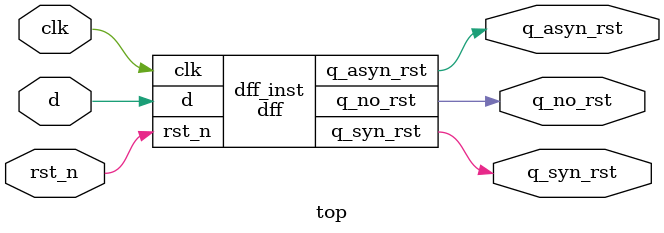
<source format=v>
/* Generated by Yosys 0.9+4081 (git sha1 862e84eb, gcc 9.3.0-17ubuntu1~20.04 -fPIC -Os) */

module dff(clk, rst_n, d, q_no_rst, q_syn_rst, q_asyn_rst);
  wire _0_;
  input clk;
  input d;
  output q_asyn_rst;
  output q_no_rst;
  output q_syn_rst;
  input rst_n;
  sky130_fd_sc_hd__and2_0 _1_ (
    .A(d),
    .B(rst_n),
    .X(_0_)
  );
  sky130_fd_sc_hd__dfxtp_1 _2_ (
    .CLK(clk),
    .D(d),
    .Q(q_no_rst)
  );
  sky130_fd_sc_hd__dfrtp_1 _3_ (
    .CLK(clk),
    .D(d),
    .Q(q_asyn_rst),
    .RESET_B(rst_n)
  );
  sky130_fd_sc_hd__dfxtp_1 _4_ (
    .CLK(clk),
    .D(_0_),
    .Q(q_syn_rst)
  );
endmodule

module top(clk, rst_n, d, q_no_rst, q_syn_rst, q_asyn_rst);
  input clk;
  input d;
  output q_asyn_rst;
  output q_no_rst;
  output q_syn_rst;
  input rst_n;
  dff dff_inst (
    .clk(clk),
    .d(d),
    .q_asyn_rst(q_asyn_rst),
    .q_no_rst(q_no_rst),
    .q_syn_rst(q_syn_rst),
    .rst_n(rst_n)
  );
endmodule

</source>
